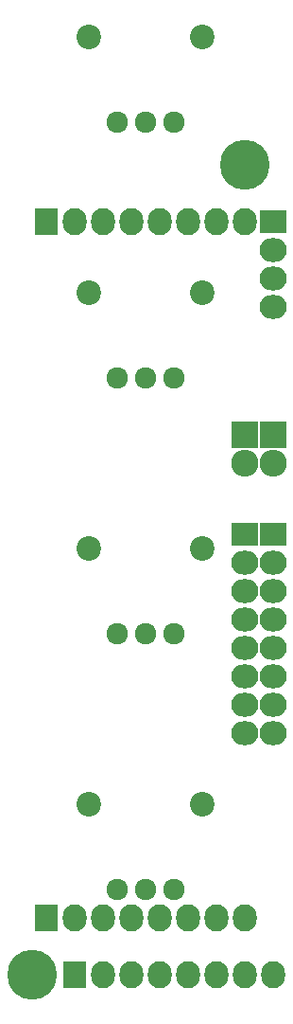
<source format=gbr>
G04 #@! TF.FileFunction,Soldermask,Bot*
%FSLAX46Y46*%
G04 Gerber Fmt 4.6, Leading zero omitted, Abs format (unit mm)*
G04 Created by KiCad (PCBNEW 4.0.2+dfsg1-2~bpo8+1-stable) date Sun 16 Jul 2017 04:41:11 PM EEST*
%MOMM*%
G01*
G04 APERTURE LIST*
%ADD10C,0.050000*%
%ADD11R,2.432000X2.127200*%
%ADD12O,2.432000X2.127200*%
%ADD13R,2.127200X2.432000*%
%ADD14O,2.127200X2.432000*%
%ADD15R,2.432000X2.432000*%
%ADD16O,2.432000X2.432000*%
%ADD17C,1.924000*%
%ADD18C,2.200000*%
%ADD19C,4.464000*%
G04 APERTURE END LIST*
D10*
D11*
X147320000Y-99060000D03*
D12*
X147320000Y-101600000D03*
X147320000Y-104140000D03*
X147320000Y-106680000D03*
X147320000Y-109220000D03*
X147320000Y-111760000D03*
X147320000Y-114300000D03*
X147320000Y-116840000D03*
D13*
X129540000Y-138430000D03*
D14*
X132080000Y-138430000D03*
X134620000Y-138430000D03*
X137160000Y-138430000D03*
X139700000Y-138430000D03*
X142240000Y-138430000D03*
X144780000Y-138430000D03*
X147320000Y-138430000D03*
D13*
X127000000Y-71120000D03*
D14*
X129540000Y-71120000D03*
X132080000Y-71120000D03*
X134620000Y-71120000D03*
X137160000Y-71120000D03*
X139700000Y-71120000D03*
X142240000Y-71120000D03*
X144780000Y-71120000D03*
D11*
X144780000Y-99060000D03*
D12*
X144780000Y-101600000D03*
X144780000Y-104140000D03*
X144780000Y-106680000D03*
X144780000Y-109220000D03*
X144780000Y-111760000D03*
X144780000Y-114300000D03*
X144780000Y-116840000D03*
D13*
X127000000Y-133350000D03*
D14*
X129540000Y-133350000D03*
X132080000Y-133350000D03*
X134620000Y-133350000D03*
X137160000Y-133350000D03*
X139700000Y-133350000D03*
X142240000Y-133350000D03*
X144780000Y-133350000D03*
D15*
X144780000Y-90170000D03*
D16*
X144780000Y-92710000D03*
D11*
X147320000Y-71120000D03*
D12*
X147320000Y-73660000D03*
X147320000Y-76200000D03*
X147320000Y-78740000D03*
D15*
X147320000Y-90170000D03*
D16*
X147320000Y-92710000D03*
D17*
X135890000Y-62230000D03*
X133350000Y-62230000D03*
X138430000Y-62230000D03*
D18*
X140970000Y-54610000D03*
X130810000Y-54610000D03*
D17*
X135890000Y-85090000D03*
X133350000Y-85090000D03*
X138430000Y-85090000D03*
D18*
X140970000Y-77470000D03*
X130810000Y-77470000D03*
D17*
X135890000Y-107950000D03*
X133350000Y-107950000D03*
X138430000Y-107950000D03*
D18*
X140970000Y-100330000D03*
X130810000Y-100330000D03*
D17*
X135890000Y-130810000D03*
X133350000Y-130810000D03*
X138430000Y-130810000D03*
D18*
X140970000Y-123190000D03*
X130810000Y-123190000D03*
D19*
X144780000Y-66040000D03*
X125730000Y-138430000D03*
M02*

</source>
